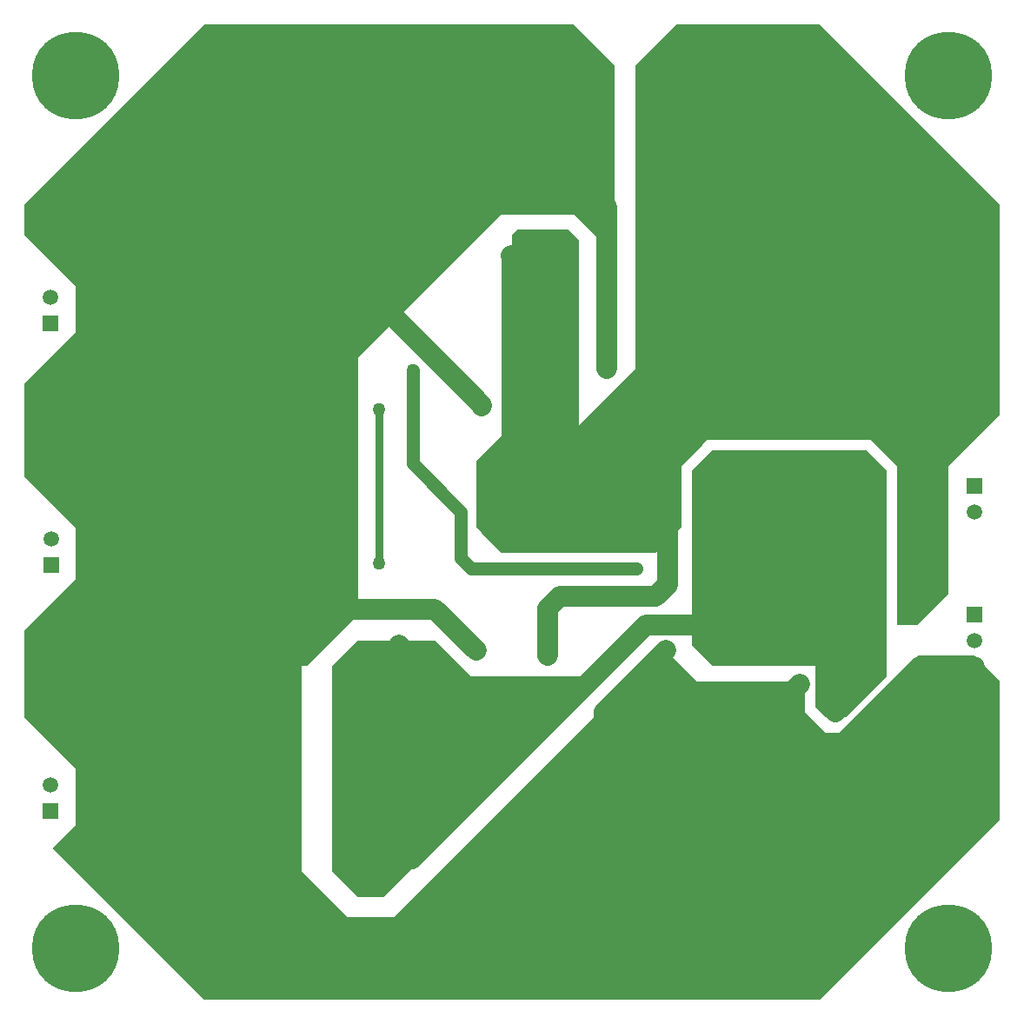
<source format=gbl>
G04*
G04 #@! TF.GenerationSoftware,Altium Limited,Altium Designer,21.0.9 (235)*
G04*
G04 Layer_Physical_Order=2*
G04 Layer_Color=16711680*
%FSLAX25Y25*%
%MOIN*%
G70*
G04*
G04 #@! TF.SameCoordinates,D8BD6BA4-3444-481E-B6E4-69F3699672C9*
G04*
G04*
G04 #@! TF.FilePolarity,Positive*
G04*
G01*
G75*
%ADD30C,0.07874*%
%ADD31C,0.02953*%
%ADD32C,0.05000*%
%ADD33C,0.33465*%
%ADD34C,0.05906*%
%ADD35R,0.05906X0.05906*%
%ADD36C,0.05000*%
G36*
X338583Y462598D02*
X354331Y446850D01*
X354331Y389764D01*
X350394D01*
Y377953D01*
X338583Y389764D01*
X311024Y389764D01*
X255906Y334646D01*
Y236221D01*
X236221Y216535D01*
X234252D01*
Y137795D01*
X251969Y120079D01*
X269685D01*
X374016Y224410D01*
Y222441D01*
X385827Y210630D01*
X419291Y210630D01*
X419291Y210630D01*
X423228D01*
X427165Y206693D01*
X427165Y198819D01*
X435039Y190945D01*
X440945D01*
X470472Y220472D01*
X492126D01*
X501968Y210630D01*
X501968Y157480D01*
X433071Y88583D01*
X269685Y88583D01*
X234252D01*
X196850Y88583D01*
X138779Y146653D01*
X147638Y155512D01*
Y177165D01*
X127953Y196850D01*
X127953Y230315D01*
X147638Y250000D01*
Y269685D01*
X127953Y289370D01*
Y324803D01*
X147638Y344488D01*
Y362205D01*
X127953Y381890D01*
X127953Y393701D01*
X196850Y462598D01*
X338583Y462598D01*
D02*
G37*
G36*
X501968Y393701D02*
X501968Y312992D01*
X482283Y293307D01*
Y244094D01*
X470472Y232283D01*
X462598D01*
X462598Y293307D01*
X452756Y303150D01*
X389764D01*
X387795Y301181D01*
X379921Y293307D01*
Y269685D01*
X370079Y259842D01*
X311024D01*
X303150Y267717D01*
Y267972D01*
X301181Y269941D01*
Y295276D01*
X314961Y309055D01*
X314961Y381890D01*
X316929Y383858D01*
X336614D01*
X340551Y379921D01*
Y307730D01*
X362205Y330268D01*
X362205Y446850D01*
X377953Y462598D01*
X433071Y462598D01*
X501968Y393701D01*
D02*
G37*
G36*
X458661Y291339D02*
X458661Y212598D01*
X442913Y196850D01*
X435039D01*
X431102Y200787D01*
Y216535D01*
X391732D01*
X383858Y224409D01*
Y291339D01*
X391732Y299213D01*
X450787D01*
X458661Y291339D01*
D02*
G37*
G36*
X299213Y212598D02*
X350394Y212598D01*
X305118Y167323D01*
X299213Y161417D01*
X299213Y161417D01*
X293307Y155512D01*
Y155512D01*
X265748Y127953D01*
X255906D01*
X246063Y137795D01*
Y216535D01*
X255906Y226378D01*
X285433D01*
X299213Y212598D01*
D02*
G37*
D30*
X271654Y224410D02*
X273622Y222441D01*
X271654Y142717D02*
X273622Y144685D01*
Y222441D01*
X303396Y316191D02*
Y316683D01*
X258858Y361221D02*
X303396Y316683D01*
X257480Y361221D02*
X258858D01*
X228150Y141929D02*
Y331890D01*
X257480Y361221D01*
X291339Y393701D02*
X311616D01*
X311812Y393505D01*
X314961Y287402D02*
Y373624D01*
X311812Y393505D02*
X312008Y393701D01*
X314765Y373820D02*
X314961Y373624D01*
X351378Y330709D02*
Y392717D01*
X350394Y393701D02*
X351378Y392717D01*
X228346Y237894D02*
X228642Y238189D01*
X285433D01*
X301181Y222441D01*
X328740Y238498D02*
X333353Y243110D01*
X370079D01*
X328740Y220472D02*
Y238498D01*
X258858Y361221D02*
X291339Y393701D01*
X312008D02*
X350394D01*
X276575Y142717D02*
X366142Y232283D01*
X271654Y142717D02*
X276575D01*
X400591Y185039D02*
X425197Y209646D01*
X400591Y185039D02*
X439961D01*
X357283Y141732D02*
X400591Y185039D01*
X471299Y216378D02*
X492126D01*
X439961Y185039D02*
X471299Y216378D01*
X438976Y198819D02*
Y232283D01*
Y270573D01*
X366142Y232283D02*
X438976D01*
X374691Y247723D02*
Y284758D01*
X370079Y243110D02*
X374691Y247723D01*
X312008Y393701D02*
Y417323D01*
X350394Y141732D02*
X357283D01*
X425145Y284404D02*
X438976Y270573D01*
X350394Y198819D02*
X374016Y222441D01*
X350394Y141732D02*
Y198819D01*
X228150Y141929D02*
X228346Y141732D01*
X372047Y287402D02*
Y291339D01*
Y287402D02*
X374691Y284758D01*
X461923Y307087D02*
X466535Y302474D01*
X372047Y291339D02*
X387795Y307087D01*
X466535Y236221D02*
Y302474D01*
X387795Y307087D02*
X461923D01*
X368110Y287402D02*
X372047Y291339D01*
X374016Y336614D02*
X395669Y358268D01*
Y391732D01*
X324803Y287402D02*
X368110D01*
X314961D02*
X324803D01*
X374016Y336614D01*
D31*
X263779Y255906D02*
Y314961D01*
D32*
X276772Y294094D02*
Y329921D01*
Y294094D02*
X295276Y275591D01*
X299213Y253937D02*
X362598D01*
X295276Y257874D02*
X299213Y253937D01*
X295276Y257874D02*
Y275591D01*
D33*
X482283Y442913D02*
D03*
X147638D02*
D03*
X482283Y108268D02*
D03*
X147638D02*
D03*
D34*
X137795Y171024D02*
D03*
X492126Y275433D02*
D03*
X138189Y265354D02*
D03*
X137795Y357874D02*
D03*
X492126Y216378D02*
D03*
Y226378D02*
D03*
D35*
X137795Y161024D02*
D03*
X492126Y285433D02*
D03*
X138189Y255354D02*
D03*
X137795Y347874D02*
D03*
X492126Y236378D02*
D03*
D36*
X484252Y401575D02*
D03*
X472441Y377953D02*
D03*
X484252Y354331D02*
D03*
X472441Y330709D02*
D03*
X484252Y307087D02*
D03*
X448819Y425197D02*
D03*
X460630Y401575D02*
D03*
X448819Y377953D02*
D03*
X460630Y354331D02*
D03*
X448819Y330709D02*
D03*
X460630Y307087D02*
D03*
X437008Y448819D02*
D03*
X425197Y425197D02*
D03*
X437008Y401575D02*
D03*
X425197Y377953D02*
D03*
Y330709D02*
D03*
X437008Y307087D02*
D03*
X413386Y448819D02*
D03*
X401575Y425197D02*
D03*
X413386Y401575D02*
D03*
Y354331D02*
D03*
X401575Y330709D02*
D03*
X413386Y307087D02*
D03*
X389764Y448819D02*
D03*
X377953Y425197D02*
D03*
X389764Y401575D02*
D03*
X377953Y377953D02*
D03*
X389764Y354331D02*
D03*
X377953Y330709D02*
D03*
X389764Y307087D02*
D03*
X342520Y448819D02*
D03*
X330709Y425197D02*
D03*
X318898Y448819D02*
D03*
X307087Y425197D02*
D03*
X295276Y448819D02*
D03*
X283465Y425197D02*
D03*
X271654Y448819D02*
D03*
X259842Y425197D02*
D03*
X271654Y401575D02*
D03*
X248031Y448819D02*
D03*
X236221Y425197D02*
D03*
X248031Y401575D02*
D03*
Y307087D02*
D03*
X224410Y448819D02*
D03*
X212598Y425197D02*
D03*
X224410Y401575D02*
D03*
X212598Y377953D02*
D03*
X224410Y307087D02*
D03*
X212598Y283465D02*
D03*
X224410Y212598D02*
D03*
X212598Y188976D02*
D03*
X200787Y448819D02*
D03*
X188976Y425197D02*
D03*
X200787Y401575D02*
D03*
X188976Y377953D02*
D03*
Y330709D02*
D03*
X200787Y307087D02*
D03*
X188976Y283465D02*
D03*
Y236221D02*
D03*
X200787Y212598D02*
D03*
X188976Y188976D02*
D03*
Y141732D02*
D03*
X165354Y425197D02*
D03*
X177165Y401575D02*
D03*
X165354Y377953D02*
D03*
X177165Y307087D02*
D03*
Y212598D02*
D03*
X153543Y401575D02*
D03*
X141732Y377953D02*
D03*
X448819Y283465D02*
D03*
X440945Y267717D02*
D03*
X433071Y283465D02*
D03*
Y220472D02*
D03*
X417323Y283465D02*
D03*
X401575D02*
D03*
X228199Y331939D02*
D03*
X303396Y316191D02*
D03*
X314765Y373820D02*
D03*
X311812Y393505D02*
D03*
X351378Y330709D02*
D03*
X374016Y336614D02*
D03*
X372047Y291339D02*
D03*
X362598Y253937D02*
D03*
X374016Y222441D02*
D03*
X328740Y220472D02*
D03*
X301181Y222441D02*
D03*
X438976Y198819D02*
D03*
X350394Y141732D02*
D03*
X228346D02*
D03*
X276772Y329921D02*
D03*
X263779Y255906D02*
D03*
Y314961D02*
D03*
X271654Y224410D02*
D03*
X350394Y393701D02*
D03*
X271654Y142717D02*
D03*
X425197Y209646D02*
D03*
X228150Y237697D02*
D03*
X312008Y417323D02*
D03*
X425145Y284404D02*
D03*
X395669Y391732D02*
D03*
X314961Y287402D02*
D03*
X466535Y236221D02*
D03*
M02*

</source>
